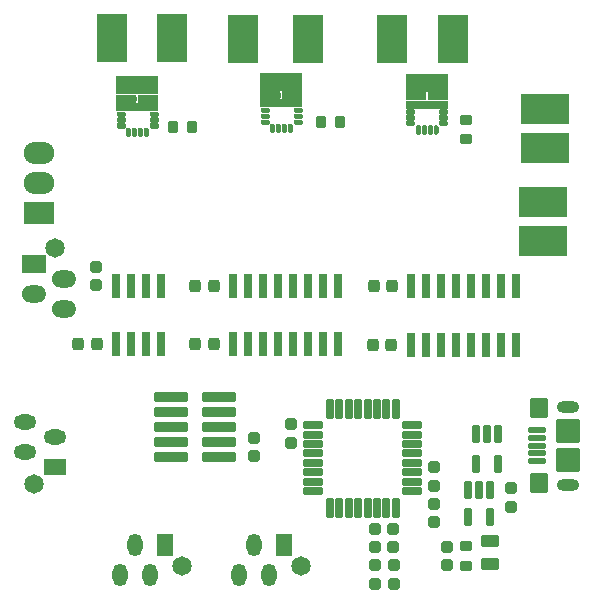
<source format=gbr>
%TF.GenerationSoftware,KiCad,Pcbnew,(6.0.7)*%
%TF.CreationDate,2022-10-31T13:10:49+02:00*%
%TF.ProjectId,DeltaX_SAGA,44656c74-6158-45f5-9341-47412e6b6963,rev?*%
%TF.SameCoordinates,Original*%
%TF.FileFunction,Soldermask,Top*%
%TF.FilePolarity,Negative*%
%FSLAX46Y46*%
G04 Gerber Fmt 4.6, Leading zero omitted, Abs format (unit mm)*
G04 Created by KiCad (PCBNEW (6.0.7)) date 2022-10-31 13:10:49*
%MOMM*%
%LPD*%
G01*
G04 APERTURE LIST*
G04 Aperture macros list*
%AMRoundRect*
0 Rectangle with rounded corners*
0 $1 Rounding radius*
0 $2 $3 $4 $5 $6 $7 $8 $9 X,Y pos of 4 corners*
0 Add a 4 corners polygon primitive as box body*
4,1,4,$2,$3,$4,$5,$6,$7,$8,$9,$2,$3,0*
0 Add four circle primitives for the rounded corners*
1,1,$1+$1,$2,$3*
1,1,$1+$1,$4,$5*
1,1,$1+$1,$6,$7*
1,1,$1+$1,$8,$9*
0 Add four rect primitives between the rounded corners*
20,1,$1+$1,$2,$3,$4,$5,0*
20,1,$1+$1,$4,$5,$6,$7,0*
20,1,$1+$1,$6,$7,$8,$9,0*
20,1,$1+$1,$8,$9,$2,$3,0*%
G04 Aperture macros list end*
%ADD10C,0.100000*%
%ADD11C,1.650000*%
%ADD12RoundRect,0.050000X-0.900000X0.600000X-0.900000X-0.600000X0.900000X-0.600000X0.900000X0.600000X0*%
%ADD13O,1.900000X1.300000*%
%ADD14RoundRect,0.050000X1.000000X-0.679000X1.000000X0.679000X-1.000000X0.679000X-1.000000X-0.679000X0*%
%ADD15O,2.100000X1.458000*%
%ADD16RoundRect,0.275000X-0.225000X-0.250000X0.225000X-0.250000X0.225000X0.250000X-0.225000X0.250000X0*%
%ADD17RoundRect,0.275000X-0.250000X0.225000X-0.250000X-0.225000X0.250000X-0.225000X0.250000X0.225000X0*%
%ADD18RoundRect,0.050000X1.250000X0.875000X-1.250000X0.875000X-1.250000X-0.875000X1.250000X-0.875000X0*%
%ADD19O,2.600000X1.850000*%
%ADD20RoundRect,0.268750X-0.256250X0.218750X-0.256250X-0.218750X0.256250X-0.218750X0.256250X0.218750X0*%
%ADD21RoundRect,0.050000X-1.395000X0.370000X-1.395000X-0.370000X1.395000X-0.370000X1.395000X0.370000X0*%
%ADD22RoundRect,0.050000X2.000000X1.250000X-2.000000X1.250000X-2.000000X-1.250000X2.000000X-1.250000X0*%
%ADD23RoundRect,0.088500X-0.741500X-0.236500X0.741500X-0.236500X0.741500X0.236500X-0.741500X0.236500X0*%
%ADD24RoundRect,0.088500X0.236500X-0.741500X0.236500X0.741500X-0.236500X0.741500X-0.236500X-0.741500X0*%
%ADD25RoundRect,0.088500X0.741500X0.236500X-0.741500X0.236500X-0.741500X-0.236500X0.741500X-0.236500X0*%
%ADD26RoundRect,0.088500X-0.236500X0.741500X-0.236500X-0.741500X0.236500X-0.741500X0.236500X0.741500X0*%
%ADD27RoundRect,0.268750X0.256250X-0.218750X0.256250X0.218750X-0.256250X0.218750X-0.256250X-0.218750X0*%
%ADD28RoundRect,0.275000X0.250000X-0.225000X0.250000X0.225000X-0.250000X0.225000X-0.250000X-0.225000X0*%
%ADD29RoundRect,0.250000X0.275000X-0.200000X0.275000X0.200000X-0.275000X0.200000X-0.275000X-0.200000X0*%
%ADD30RoundRect,0.050000X0.299999X0.124999X-0.299999X0.124999X-0.299999X-0.124999X0.299999X-0.124999X0*%
%ADD31RoundRect,0.050000X1.750000X0.249999X-1.750000X0.249999X-1.750000X-0.249999X1.750000X-0.249999X0*%
%ADD32RoundRect,0.050000X0.837500X0.249999X-0.837500X0.249999X-0.837500X-0.249999X0.837500X-0.249999X0*%
%ADD33RoundRect,0.050000X1.750000X0.700000X-1.750000X0.700000X-1.750000X-0.700000X1.750000X-0.700000X0*%
%ADD34RoundRect,0.050000X0.124999X0.299999X-0.124999X0.299999X-0.124999X-0.299999X0.124999X-0.299999X0*%
%ADD35RoundRect,0.050000X-1.250000X2.000000X-1.250000X-2.000000X1.250000X-2.000000X1.250000X2.000000X0*%
%ADD36RoundRect,0.050000X-0.600000X-0.900000X0.600000X-0.900000X0.600000X0.900000X-0.600000X0.900000X0*%
%ADD37O,1.300000X1.900000*%
%ADD38RoundRect,0.050000X-2.000000X-1.250000X2.000000X-1.250000X2.000000X1.250000X-2.000000X1.250000X0*%
%ADD39RoundRect,0.250000X0.200000X0.275000X-0.200000X0.275000X-0.200000X-0.275000X0.200000X-0.275000X0*%
%ADD40RoundRect,0.050000X1.250000X-2.000000X1.250000X2.000000X-1.250000X2.000000X-1.250000X-2.000000X0*%
%ADD41RoundRect,0.092000X-0.258000X0.638000X-0.258000X-0.638000X0.258000X-0.638000X0.258000X0.638000X0*%
%ADD42RoundRect,0.050000X0.700000X-0.800000X0.700000X0.800000X-0.700000X0.800000X-0.700000X-0.800000X0*%
%ADD43O,1.900000X1.000000*%
%ADD44C,0.600000*%
%ADD45RoundRect,0.050000X0.950000X-0.950000X0.950000X0.950000X-0.950000X0.950000X-0.950000X-0.950000X0*%
%ADD46RoundRect,0.050000X0.675000X-0.200000X0.675000X0.200000X-0.675000X0.200000X-0.675000X-0.200000X0*%
%ADD47RoundRect,0.300000X-0.475000X0.250000X-0.475000X-0.250000X0.475000X-0.250000X0.475000X0.250000X0*%
%ADD48RoundRect,0.091300X-0.253700X0.943700X-0.253700X-0.943700X0.253700X-0.943700X0.253700X0.943700X0*%
%ADD49RoundRect,0.050000X0.290000X-0.710000X0.290000X0.710000X-0.290000X0.710000X-0.290000X-0.710000X0*%
G04 APERTURE END LIST*
%TO.C,U9*%
G36*
X143916577Y-91582984D02*
G01*
X144216576Y-91582984D01*
X144266576Y-91632984D01*
X144266576Y-91782984D01*
X144216576Y-91832981D01*
X143916577Y-91832984D01*
X143916577Y-91907982D01*
X142741578Y-91907982D01*
X142691576Y-91857982D01*
X142691578Y-91557983D01*
X142741576Y-91507983D01*
X143916577Y-91507983D01*
X143916577Y-91582984D01*
G37*
D10*
X143916577Y-91582984D02*
X144216576Y-91582984D01*
X144266576Y-91632984D01*
X144266576Y-91782984D01*
X144216576Y-91832981D01*
X143916577Y-91832984D01*
X143916577Y-91907982D01*
X142741578Y-91907982D01*
X142691576Y-91857982D01*
X142691578Y-91557983D01*
X142741576Y-91507983D01*
X143916577Y-91507983D01*
X143916577Y-91582984D01*
G36*
X141991600Y-94257998D02*
G01*
X141991600Y-94757999D01*
X141891600Y-94857999D01*
X141741600Y-94857999D01*
X141641601Y-94757999D01*
X141641601Y-94257998D01*
X141741600Y-94157998D01*
X141891600Y-94157998D01*
X141991600Y-94257998D01*
G37*
X141991600Y-94257998D02*
X141991600Y-94757999D01*
X141891600Y-94857999D01*
X141741600Y-94857999D01*
X141641601Y-94757999D01*
X141641601Y-94257998D01*
X141741600Y-94157998D01*
X141891600Y-94157998D01*
X141991600Y-94257998D01*
G36*
X143916600Y-92282998D02*
G01*
X144216599Y-92283000D01*
X144266599Y-92333000D01*
X144266599Y-92483000D01*
X144216599Y-92532997D01*
X143916600Y-92533000D01*
X143916600Y-92607999D01*
X142741601Y-92607999D01*
X142691598Y-92557999D01*
X142691601Y-92257999D01*
X142741598Y-92207999D01*
X143916600Y-92207999D01*
X143916600Y-92282998D01*
G37*
X143916600Y-92282998D02*
X144216599Y-92283000D01*
X144266599Y-92333000D01*
X144266599Y-92483000D01*
X144216599Y-92532997D01*
X143916600Y-92533000D01*
X143916600Y-92607999D01*
X142741601Y-92607999D01*
X142691598Y-92557999D01*
X142691601Y-92257999D01*
X142741598Y-92207999D01*
X143916600Y-92207999D01*
X143916600Y-92282998D01*
G36*
X144316599Y-92907998D02*
G01*
X144316599Y-93058000D01*
X144216599Y-93158000D01*
X143716600Y-93158000D01*
X143616600Y-93058000D01*
X143616600Y-92907998D01*
X143716600Y-92807998D01*
X144216599Y-92807998D01*
X144316599Y-92907998D01*
G37*
X144316599Y-92907998D02*
X144316599Y-93058000D01*
X144216599Y-93158000D01*
X143716600Y-93158000D01*
X143616600Y-93058000D01*
X143616600Y-92907998D01*
X143716600Y-92807998D01*
X144216599Y-92807998D01*
X144316599Y-92907998D01*
G36*
X142491599Y-94257998D02*
G01*
X142491599Y-94757999D01*
X142391599Y-94857999D01*
X142241599Y-94857999D01*
X142141600Y-94757999D01*
X142141600Y-94257998D01*
X142241599Y-94157998D01*
X142391599Y-94157998D01*
X142491599Y-94257998D01*
G37*
X142491599Y-94257998D02*
X142491599Y-94757999D01*
X142391599Y-94857999D01*
X142241599Y-94857999D01*
X142141600Y-94757999D01*
X142141600Y-94257998D01*
X142241599Y-94157998D01*
X142391599Y-94157998D01*
X142491599Y-94257998D01*
G36*
X141941600Y-89957999D02*
G01*
X141941600Y-90808000D01*
X142191599Y-90808000D01*
X142191599Y-89957999D01*
X142241599Y-89907999D01*
X142391599Y-89907999D01*
X142441599Y-89957999D01*
X142441599Y-90808000D01*
X142691601Y-90808000D01*
X142691601Y-89957999D01*
X142741601Y-89907999D01*
X142891601Y-89907999D01*
X142941601Y-89957999D01*
X142941601Y-90808000D01*
X143191600Y-90808000D01*
X143191600Y-89957999D01*
X143241600Y-89907999D01*
X143391600Y-89907999D01*
X143441600Y-89957999D01*
X143441600Y-90808000D01*
X143916600Y-90808000D01*
X143916600Y-90882998D01*
X144216599Y-90882998D01*
X144266599Y-90932998D01*
X144266599Y-91082998D01*
X144216599Y-91133000D01*
X143916600Y-91133000D01*
X143916600Y-91207999D01*
X141216600Y-91207999D01*
X141216600Y-91133000D01*
X140916601Y-91132998D01*
X140866601Y-91082998D01*
X140866601Y-90932998D01*
X140916601Y-90882998D01*
X141216600Y-90882998D01*
X141216600Y-90808000D01*
X141691600Y-90808000D01*
X141691600Y-89957999D01*
X141741600Y-89907999D01*
X141891600Y-89907999D01*
X141941600Y-89957999D01*
G37*
X141941600Y-89957999D02*
X141941600Y-90808000D01*
X142191599Y-90808000D01*
X142191599Y-89957999D01*
X142241599Y-89907999D01*
X142391599Y-89907999D01*
X142441599Y-89957999D01*
X142441599Y-90808000D01*
X142691601Y-90808000D01*
X142691601Y-89957999D01*
X142741601Y-89907999D01*
X142891601Y-89907999D01*
X142941601Y-89957999D01*
X142941601Y-90808000D01*
X143191600Y-90808000D01*
X143191600Y-89957999D01*
X143241600Y-89907999D01*
X143391600Y-89907999D01*
X143441600Y-89957999D01*
X143441600Y-90808000D01*
X143916600Y-90808000D01*
X143916600Y-90882998D01*
X144216599Y-90882998D01*
X144266599Y-90932998D01*
X144266599Y-91082998D01*
X144216599Y-91133000D01*
X143916600Y-91133000D01*
X143916600Y-91207999D01*
X141216600Y-91207999D01*
X141216600Y-91133000D01*
X140916601Y-91132998D01*
X140866601Y-91082998D01*
X140866601Y-90932998D01*
X140916601Y-90882998D01*
X141216600Y-90882998D01*
X141216600Y-90808000D01*
X141691600Y-90808000D01*
X141691600Y-89957999D01*
X141741600Y-89907999D01*
X141891600Y-89907999D01*
X141941600Y-89957999D01*
G36*
X141516600Y-93407999D02*
G01*
X141516600Y-93557999D01*
X141416600Y-93657999D01*
X140916601Y-93657999D01*
X140816601Y-93557999D01*
X140816601Y-93407999D01*
X140916601Y-93308000D01*
X141416600Y-93308000D01*
X141516600Y-93407999D01*
G37*
X141516600Y-93407999D02*
X141516600Y-93557999D01*
X141416600Y-93657999D01*
X140916601Y-93657999D01*
X140816601Y-93557999D01*
X140816601Y-93407999D01*
X140916601Y-93308000D01*
X141416600Y-93308000D01*
X141516600Y-93407999D01*
G36*
X142441602Y-91558016D02*
G01*
X142441599Y-91858015D01*
X142391602Y-91908015D01*
X141216600Y-91908015D01*
X141216600Y-91833014D01*
X140916601Y-91833014D01*
X140866601Y-91783014D01*
X140866601Y-91633014D01*
X140916601Y-91583017D01*
X141216600Y-91583015D01*
X141216600Y-91508016D01*
X142391599Y-91508016D01*
X142441602Y-91558016D01*
G37*
X142441602Y-91558016D02*
X142441599Y-91858015D01*
X142391602Y-91908015D01*
X141216600Y-91908015D01*
X141216600Y-91833014D01*
X140916601Y-91833014D01*
X140866601Y-91783014D01*
X140866601Y-91633014D01*
X140916601Y-91583017D01*
X141216600Y-91583015D01*
X141216600Y-91508016D01*
X142391599Y-91508016D01*
X142441602Y-91558016D01*
G36*
X144316599Y-93907998D02*
G01*
X144316599Y-94057998D01*
X144216599Y-94157998D01*
X143716600Y-94157998D01*
X143616600Y-94057998D01*
X143616600Y-93907998D01*
X143716600Y-93807999D01*
X144216599Y-93807999D01*
X144316599Y-93907998D01*
G37*
X144316599Y-93907998D02*
X144316599Y-94057998D01*
X144216599Y-94157998D01*
X143716600Y-94157998D01*
X143616600Y-94057998D01*
X143616600Y-93907998D01*
X143716600Y-93807999D01*
X144216599Y-93807999D01*
X144316599Y-93907998D01*
G36*
X143491599Y-94257998D02*
G01*
X143491599Y-94757999D01*
X143391600Y-94857999D01*
X143241600Y-94857999D01*
X143141600Y-94757999D01*
X143141600Y-94257998D01*
X143241600Y-94157998D01*
X143391600Y-94157998D01*
X143491599Y-94257998D01*
G37*
X143491599Y-94257998D02*
X143491599Y-94757999D01*
X143391600Y-94857999D01*
X143241600Y-94857999D01*
X143141600Y-94757999D01*
X143141600Y-94257998D01*
X143241600Y-94157998D01*
X143391600Y-94157998D01*
X143491599Y-94257998D01*
G36*
X144316599Y-93407999D02*
G01*
X144316599Y-93557999D01*
X144216599Y-93657999D01*
X143716600Y-93657999D01*
X143616600Y-93557999D01*
X143616600Y-93407999D01*
X143716600Y-93308000D01*
X144216599Y-93308000D01*
X144316599Y-93407999D01*
G37*
X144316599Y-93407999D02*
X144316599Y-93557999D01*
X144216599Y-93657999D01*
X143716600Y-93657999D01*
X143616600Y-93557999D01*
X143616600Y-93407999D01*
X143716600Y-93308000D01*
X144216599Y-93308000D01*
X144316599Y-93407999D01*
G36*
X141516600Y-93907998D02*
G01*
X141516600Y-94057998D01*
X141416600Y-94157998D01*
X140916601Y-94157998D01*
X140816601Y-94057998D01*
X140816601Y-93907998D01*
X140916601Y-93807999D01*
X141416600Y-93807999D01*
X141516600Y-93907998D01*
G37*
X141516600Y-93907998D02*
X141516600Y-94057998D01*
X141416600Y-94157998D01*
X140916601Y-94157998D01*
X140816601Y-94057998D01*
X140816601Y-93907998D01*
X140916601Y-93807999D01*
X141416600Y-93807999D01*
X141516600Y-93907998D01*
G36*
X142391599Y-92208032D02*
G01*
X142441602Y-92258032D01*
X142441599Y-92558032D01*
X142391602Y-92608032D01*
X141216600Y-92608032D01*
X141216600Y-92533030D01*
X140916601Y-92533030D01*
X140866601Y-92483028D01*
X140866601Y-92333031D01*
X140916601Y-92283031D01*
X141216600Y-92283031D01*
X141216600Y-92208030D01*
X142391599Y-92208032D01*
G37*
X142391599Y-92208032D02*
X142441602Y-92258032D01*
X142441599Y-92558032D01*
X142391602Y-92608032D01*
X141216600Y-92608032D01*
X141216600Y-92533030D01*
X140916601Y-92533030D01*
X140866601Y-92483028D01*
X140866601Y-92333031D01*
X140916601Y-92283031D01*
X141216600Y-92283031D01*
X141216600Y-92208030D01*
X142391599Y-92208032D01*
G36*
X141516600Y-92907998D02*
G01*
X141516600Y-93058000D01*
X141416600Y-93158000D01*
X140916601Y-93158000D01*
X140816601Y-93058000D01*
X140816601Y-92907998D01*
X140916601Y-92807998D01*
X141416600Y-92807998D01*
X141516600Y-92907998D01*
G37*
X141516600Y-92907998D02*
X141516600Y-93058000D01*
X141416600Y-93158000D01*
X140916601Y-93158000D01*
X140816601Y-93058000D01*
X140816601Y-92907998D01*
X140916601Y-92807998D01*
X141416600Y-92807998D01*
X141516600Y-92907998D01*
G36*
X142991600Y-94257998D02*
G01*
X142991600Y-94757999D01*
X142891601Y-94857999D01*
X142741601Y-94857999D01*
X142641601Y-94757999D01*
X142641601Y-94257998D01*
X142741601Y-94157998D01*
X142891601Y-94157998D01*
X142991600Y-94257998D01*
G37*
X142991600Y-94257998D02*
X142991600Y-94757999D01*
X142891601Y-94857999D01*
X142741601Y-94857999D01*
X142641601Y-94757999D01*
X142641601Y-94257998D01*
X142741601Y-94157998D01*
X142891601Y-94157998D01*
X142991600Y-94257998D01*
%TO.C,U10*%
G36*
X129325200Y-93691200D02*
G01*
X129325200Y-93841200D01*
X129225200Y-93941200D01*
X128725201Y-93941200D01*
X128625201Y-93841200D01*
X128625201Y-93691200D01*
X128725201Y-93591201D01*
X129225200Y-93591201D01*
X129325200Y-93691200D01*
G37*
X129325200Y-93691200D02*
X129325200Y-93841200D01*
X129225200Y-93941200D01*
X128725201Y-93941200D01*
X128625201Y-93841200D01*
X128625201Y-93691200D01*
X128725201Y-93591201D01*
X129225200Y-93591201D01*
X129325200Y-93691200D01*
G36*
X129750200Y-90241200D02*
G01*
X129750200Y-91091201D01*
X130000199Y-91091201D01*
X130000199Y-90241200D01*
X130050199Y-90191200D01*
X130200199Y-90191200D01*
X130250199Y-90241200D01*
X130250199Y-91091201D01*
X130500201Y-91091201D01*
X130500201Y-90241200D01*
X130550201Y-90191200D01*
X130700201Y-90191200D01*
X130750201Y-90241200D01*
X130750201Y-91091201D01*
X131000200Y-91091201D01*
X131000200Y-90241200D01*
X131050200Y-90191200D01*
X131200200Y-90191200D01*
X131250200Y-90241200D01*
X131250200Y-91091201D01*
X131725200Y-91091201D01*
X131725200Y-91166199D01*
X132025199Y-91166199D01*
X132075199Y-91216199D01*
X132075199Y-91366199D01*
X132025199Y-91416201D01*
X131725200Y-91416201D01*
X131725200Y-91491200D01*
X129025200Y-91491200D01*
X129025200Y-91416201D01*
X128725201Y-91416199D01*
X128675201Y-91366199D01*
X128675201Y-91216199D01*
X128725201Y-91166199D01*
X129025200Y-91166199D01*
X129025200Y-91091201D01*
X129500200Y-91091201D01*
X129500200Y-90241200D01*
X129550200Y-90191200D01*
X129700200Y-90191200D01*
X129750200Y-90241200D01*
G37*
X129750200Y-90241200D02*
X129750200Y-91091201D01*
X130000199Y-91091201D01*
X130000199Y-90241200D01*
X130050199Y-90191200D01*
X130200199Y-90191200D01*
X130250199Y-90241200D01*
X130250199Y-91091201D01*
X130500201Y-91091201D01*
X130500201Y-90241200D01*
X130550201Y-90191200D01*
X130700201Y-90191200D01*
X130750201Y-90241200D01*
X130750201Y-91091201D01*
X131000200Y-91091201D01*
X131000200Y-90241200D01*
X131050200Y-90191200D01*
X131200200Y-90191200D01*
X131250200Y-90241200D01*
X131250200Y-91091201D01*
X131725200Y-91091201D01*
X131725200Y-91166199D01*
X132025199Y-91166199D01*
X132075199Y-91216199D01*
X132075199Y-91366199D01*
X132025199Y-91416201D01*
X131725200Y-91416201D01*
X131725200Y-91491200D01*
X129025200Y-91491200D01*
X129025200Y-91416201D01*
X128725201Y-91416199D01*
X128675201Y-91366199D01*
X128675201Y-91216199D01*
X128725201Y-91166199D01*
X129025200Y-91166199D01*
X129025200Y-91091201D01*
X129500200Y-91091201D01*
X129500200Y-90241200D01*
X129550200Y-90191200D01*
X129700200Y-90191200D01*
X129750200Y-90241200D01*
G36*
X130250202Y-91841217D02*
G01*
X130250199Y-92141216D01*
X130200202Y-92191216D01*
X129025200Y-92191216D01*
X129025200Y-92116215D01*
X128725201Y-92116215D01*
X128675201Y-92066215D01*
X128675201Y-91916215D01*
X128725201Y-91866218D01*
X129025200Y-91866216D01*
X129025200Y-91791217D01*
X130200199Y-91791217D01*
X130250202Y-91841217D01*
G37*
X130250202Y-91841217D02*
X130250199Y-92141216D01*
X130200202Y-92191216D01*
X129025200Y-92191216D01*
X129025200Y-92116215D01*
X128725201Y-92116215D01*
X128675201Y-92066215D01*
X128675201Y-91916215D01*
X128725201Y-91866218D01*
X129025200Y-91866216D01*
X129025200Y-91791217D01*
X130200199Y-91791217D01*
X130250202Y-91841217D01*
G36*
X132125199Y-94191199D02*
G01*
X132125199Y-94341199D01*
X132025199Y-94441199D01*
X131525200Y-94441199D01*
X131425200Y-94341199D01*
X131425200Y-94191199D01*
X131525200Y-94091200D01*
X132025199Y-94091200D01*
X132125199Y-94191199D01*
G37*
X132125199Y-94191199D02*
X132125199Y-94341199D01*
X132025199Y-94441199D01*
X131525200Y-94441199D01*
X131425200Y-94341199D01*
X131425200Y-94191199D01*
X131525200Y-94091200D01*
X132025199Y-94091200D01*
X132125199Y-94191199D01*
G36*
X130800200Y-94541199D02*
G01*
X130800200Y-95041200D01*
X130700201Y-95141200D01*
X130550201Y-95141200D01*
X130450201Y-95041200D01*
X130450201Y-94541199D01*
X130550201Y-94441199D01*
X130700201Y-94441199D01*
X130800200Y-94541199D01*
G37*
X130800200Y-94541199D02*
X130800200Y-95041200D01*
X130700201Y-95141200D01*
X130550201Y-95141200D01*
X130450201Y-95041200D01*
X130450201Y-94541199D01*
X130550201Y-94441199D01*
X130700201Y-94441199D01*
X130800200Y-94541199D01*
G36*
X131300199Y-94541199D02*
G01*
X131300199Y-95041200D01*
X131200200Y-95141200D01*
X131050200Y-95141200D01*
X130950200Y-95041200D01*
X130950200Y-94541199D01*
X131050200Y-94441199D01*
X131200200Y-94441199D01*
X131300199Y-94541199D01*
G37*
X131300199Y-94541199D02*
X131300199Y-95041200D01*
X131200200Y-95141200D01*
X131050200Y-95141200D01*
X130950200Y-95041200D01*
X130950200Y-94541199D01*
X131050200Y-94441199D01*
X131200200Y-94441199D01*
X131300199Y-94541199D01*
G36*
X132125199Y-93191199D02*
G01*
X132125199Y-93341201D01*
X132025199Y-93441201D01*
X131525200Y-93441201D01*
X131425200Y-93341201D01*
X131425200Y-93191199D01*
X131525200Y-93091199D01*
X132025199Y-93091199D01*
X132125199Y-93191199D01*
G37*
X132125199Y-93191199D02*
X132125199Y-93341201D01*
X132025199Y-93441201D01*
X131525200Y-93441201D01*
X131425200Y-93341201D01*
X131425200Y-93191199D01*
X131525200Y-93091199D01*
X132025199Y-93091199D01*
X132125199Y-93191199D01*
G36*
X131725177Y-91866185D02*
G01*
X132025176Y-91866185D01*
X132075176Y-91916185D01*
X132075176Y-92066185D01*
X132025176Y-92116182D01*
X131725177Y-92116185D01*
X131725177Y-92191183D01*
X130550178Y-92191183D01*
X130500176Y-92141183D01*
X130500178Y-91841184D01*
X130550176Y-91791184D01*
X131725177Y-91791184D01*
X131725177Y-91866185D01*
G37*
X131725177Y-91866185D02*
X132025176Y-91866185D01*
X132075176Y-91916185D01*
X132075176Y-92066185D01*
X132025176Y-92116182D01*
X131725177Y-92116185D01*
X131725177Y-92191183D01*
X130550178Y-92191183D01*
X130500176Y-92141183D01*
X130500178Y-91841184D01*
X130550176Y-91791184D01*
X131725177Y-91791184D01*
X131725177Y-91866185D01*
G36*
X130300199Y-94541199D02*
G01*
X130300199Y-95041200D01*
X130200199Y-95141200D01*
X130050199Y-95141200D01*
X129950200Y-95041200D01*
X129950200Y-94541199D01*
X130050199Y-94441199D01*
X130200199Y-94441199D01*
X130300199Y-94541199D01*
G37*
X130300199Y-94541199D02*
X130300199Y-95041200D01*
X130200199Y-95141200D01*
X130050199Y-95141200D01*
X129950200Y-95041200D01*
X129950200Y-94541199D01*
X130050199Y-94441199D01*
X130200199Y-94441199D01*
X130300199Y-94541199D01*
G36*
X129325200Y-93191199D02*
G01*
X129325200Y-93341201D01*
X129225200Y-93441201D01*
X128725201Y-93441201D01*
X128625201Y-93341201D01*
X128625201Y-93191199D01*
X128725201Y-93091199D01*
X129225200Y-93091199D01*
X129325200Y-93191199D01*
G37*
X129325200Y-93191199D02*
X129325200Y-93341201D01*
X129225200Y-93441201D01*
X128725201Y-93441201D01*
X128625201Y-93341201D01*
X128625201Y-93191199D01*
X128725201Y-93091199D01*
X129225200Y-93091199D01*
X129325200Y-93191199D01*
G36*
X129800200Y-94541199D02*
G01*
X129800200Y-95041200D01*
X129700200Y-95141200D01*
X129550200Y-95141200D01*
X129450201Y-95041200D01*
X129450201Y-94541199D01*
X129550200Y-94441199D01*
X129700200Y-94441199D01*
X129800200Y-94541199D01*
G37*
X129800200Y-94541199D02*
X129800200Y-95041200D01*
X129700200Y-95141200D01*
X129550200Y-95141200D01*
X129450201Y-95041200D01*
X129450201Y-94541199D01*
X129550200Y-94441199D01*
X129700200Y-94441199D01*
X129800200Y-94541199D01*
G36*
X131725200Y-92566199D02*
G01*
X132025199Y-92566201D01*
X132075199Y-92616201D01*
X132075199Y-92766201D01*
X132025199Y-92816198D01*
X131725200Y-92816201D01*
X131725200Y-92891200D01*
X130550201Y-92891200D01*
X130500198Y-92841200D01*
X130500201Y-92541200D01*
X130550198Y-92491200D01*
X131725200Y-92491200D01*
X131725200Y-92566199D01*
G37*
X131725200Y-92566199D02*
X132025199Y-92566201D01*
X132075199Y-92616201D01*
X132075199Y-92766201D01*
X132025199Y-92816198D01*
X131725200Y-92816201D01*
X131725200Y-92891200D01*
X130550201Y-92891200D01*
X130500198Y-92841200D01*
X130500201Y-92541200D01*
X130550198Y-92491200D01*
X131725200Y-92491200D01*
X131725200Y-92566199D01*
G36*
X129325200Y-94191199D02*
G01*
X129325200Y-94341199D01*
X129225200Y-94441199D01*
X128725201Y-94441199D01*
X128625201Y-94341199D01*
X128625201Y-94191199D01*
X128725201Y-94091200D01*
X129225200Y-94091200D01*
X129325200Y-94191199D01*
G37*
X129325200Y-94191199D02*
X129325200Y-94341199D01*
X129225200Y-94441199D01*
X128725201Y-94441199D01*
X128625201Y-94341199D01*
X128625201Y-94191199D01*
X128725201Y-94091200D01*
X129225200Y-94091200D01*
X129325200Y-94191199D01*
G36*
X130200199Y-92491233D02*
G01*
X130250202Y-92541233D01*
X130250199Y-92841233D01*
X130200202Y-92891233D01*
X129025200Y-92891233D01*
X129025200Y-92816231D01*
X128725201Y-92816231D01*
X128675201Y-92766229D01*
X128675201Y-92616232D01*
X128725201Y-92566232D01*
X129025200Y-92566232D01*
X129025200Y-92491231D01*
X130200199Y-92491233D01*
G37*
X130200199Y-92491233D02*
X130250202Y-92541233D01*
X130250199Y-92841233D01*
X130200202Y-92891233D01*
X129025200Y-92891233D01*
X129025200Y-92816231D01*
X128725201Y-92816231D01*
X128675201Y-92766229D01*
X128675201Y-92616232D01*
X128725201Y-92566232D01*
X129025200Y-92566232D01*
X129025200Y-92491231D01*
X130200199Y-92491233D01*
G36*
X132125199Y-93691200D02*
G01*
X132125199Y-93841200D01*
X132025199Y-93941200D01*
X131525200Y-93941200D01*
X131425200Y-93841200D01*
X131425200Y-93691200D01*
X131525200Y-93591201D01*
X132025199Y-93591201D01*
X132125199Y-93691200D01*
G37*
X132125199Y-93691200D02*
X132125199Y-93841200D01*
X132025199Y-93941200D01*
X131525200Y-93941200D01*
X131425200Y-93841200D01*
X131425200Y-93691200D01*
X131525200Y-93591201D01*
X132025199Y-93591201D01*
X132125199Y-93691200D01*
%TO.C,U11*%
G36*
X154261200Y-90063400D02*
G01*
X154261200Y-90913401D01*
X154511199Y-90913401D01*
X154511199Y-90063400D01*
X154561199Y-90013400D01*
X154711199Y-90013400D01*
X154761199Y-90063400D01*
X154761199Y-90913401D01*
X155011201Y-90913401D01*
X155011201Y-90063400D01*
X155061201Y-90013400D01*
X155211201Y-90013400D01*
X155261201Y-90063400D01*
X155261201Y-90913401D01*
X155511200Y-90913401D01*
X155511200Y-90063400D01*
X155561200Y-90013400D01*
X155711200Y-90013400D01*
X155761200Y-90063400D01*
X155761200Y-90913401D01*
X156236200Y-90913401D01*
X156236200Y-90988399D01*
X156536199Y-90988399D01*
X156586199Y-91038399D01*
X156586199Y-91188399D01*
X156536199Y-91238401D01*
X156236200Y-91238401D01*
X156236200Y-91313400D01*
X153536200Y-91313400D01*
X153536200Y-91238401D01*
X153236201Y-91238399D01*
X153186201Y-91188399D01*
X153186201Y-91038399D01*
X153236201Y-90988399D01*
X153536200Y-90988399D01*
X153536200Y-90913401D01*
X154011200Y-90913401D01*
X154011200Y-90063400D01*
X154061200Y-90013400D01*
X154211200Y-90013400D01*
X154261200Y-90063400D01*
G37*
X154261200Y-90063400D02*
X154261200Y-90913401D01*
X154511199Y-90913401D01*
X154511199Y-90063400D01*
X154561199Y-90013400D01*
X154711199Y-90013400D01*
X154761199Y-90063400D01*
X154761199Y-90913401D01*
X155011201Y-90913401D01*
X155011201Y-90063400D01*
X155061201Y-90013400D01*
X155211201Y-90013400D01*
X155261201Y-90063400D01*
X155261201Y-90913401D01*
X155511200Y-90913401D01*
X155511200Y-90063400D01*
X155561200Y-90013400D01*
X155711200Y-90013400D01*
X155761200Y-90063400D01*
X155761200Y-90913401D01*
X156236200Y-90913401D01*
X156236200Y-90988399D01*
X156536199Y-90988399D01*
X156586199Y-91038399D01*
X156586199Y-91188399D01*
X156536199Y-91238401D01*
X156236200Y-91238401D01*
X156236200Y-91313400D01*
X153536200Y-91313400D01*
X153536200Y-91238401D01*
X153236201Y-91238399D01*
X153186201Y-91188399D01*
X153186201Y-91038399D01*
X153236201Y-90988399D01*
X153536200Y-90988399D01*
X153536200Y-90913401D01*
X154011200Y-90913401D01*
X154011200Y-90063400D01*
X154061200Y-90013400D01*
X154211200Y-90013400D01*
X154261200Y-90063400D01*
G36*
X154761202Y-91663417D02*
G01*
X154761199Y-91963416D01*
X154711202Y-92013416D01*
X153536200Y-92013416D01*
X153536200Y-91938415D01*
X153236201Y-91938415D01*
X153186201Y-91888415D01*
X153186201Y-91738415D01*
X153236201Y-91688418D01*
X153536200Y-91688416D01*
X153536200Y-91613417D01*
X154711199Y-91613417D01*
X154761202Y-91663417D01*
G37*
X154761202Y-91663417D02*
X154761199Y-91963416D01*
X154711202Y-92013416D01*
X153536200Y-92013416D01*
X153536200Y-91938415D01*
X153236201Y-91938415D01*
X153186201Y-91888415D01*
X153186201Y-91738415D01*
X153236201Y-91688418D01*
X153536200Y-91688416D01*
X153536200Y-91613417D01*
X154711199Y-91613417D01*
X154761202Y-91663417D01*
G36*
X156636199Y-93513400D02*
G01*
X156636199Y-93663400D01*
X156536199Y-93763400D01*
X156036200Y-93763400D01*
X155936200Y-93663400D01*
X155936200Y-93513400D01*
X156036200Y-93413401D01*
X156536199Y-93413401D01*
X156636199Y-93513400D01*
G37*
X156636199Y-93513400D02*
X156636199Y-93663400D01*
X156536199Y-93763400D01*
X156036200Y-93763400D01*
X155936200Y-93663400D01*
X155936200Y-93513400D01*
X156036200Y-93413401D01*
X156536199Y-93413401D01*
X156636199Y-93513400D01*
G36*
X156636199Y-93013399D02*
G01*
X156636199Y-93163401D01*
X156536199Y-93263401D01*
X156036200Y-93263401D01*
X155936200Y-93163401D01*
X155936200Y-93013399D01*
X156036200Y-92913399D01*
X156536199Y-92913399D01*
X156636199Y-93013399D01*
G37*
X156636199Y-93013399D02*
X156636199Y-93163401D01*
X156536199Y-93263401D01*
X156036200Y-93263401D01*
X155936200Y-93163401D01*
X155936200Y-93013399D01*
X156036200Y-92913399D01*
X156536199Y-92913399D01*
X156636199Y-93013399D01*
G36*
X153836200Y-94013399D02*
G01*
X153836200Y-94163399D01*
X153736200Y-94263399D01*
X153236201Y-94263399D01*
X153136201Y-94163399D01*
X153136201Y-94013399D01*
X153236201Y-93913400D01*
X153736200Y-93913400D01*
X153836200Y-94013399D01*
G37*
X153836200Y-94013399D02*
X153836200Y-94163399D01*
X153736200Y-94263399D01*
X153236201Y-94263399D01*
X153136201Y-94163399D01*
X153136201Y-94013399D01*
X153236201Y-93913400D01*
X153736200Y-93913400D01*
X153836200Y-94013399D01*
G36*
X156636199Y-94013399D02*
G01*
X156636199Y-94163399D01*
X156536199Y-94263399D01*
X156036200Y-94263399D01*
X155936200Y-94163399D01*
X155936200Y-94013399D01*
X156036200Y-93913400D01*
X156536199Y-93913400D01*
X156636199Y-94013399D01*
G37*
X156636199Y-94013399D02*
X156636199Y-94163399D01*
X156536199Y-94263399D01*
X156036200Y-94263399D01*
X155936200Y-94163399D01*
X155936200Y-94013399D01*
X156036200Y-93913400D01*
X156536199Y-93913400D01*
X156636199Y-94013399D01*
G36*
X153836200Y-93513400D02*
G01*
X153836200Y-93663400D01*
X153736200Y-93763400D01*
X153236201Y-93763400D01*
X153136201Y-93663400D01*
X153136201Y-93513400D01*
X153236201Y-93413401D01*
X153736200Y-93413401D01*
X153836200Y-93513400D01*
G37*
X153836200Y-93513400D02*
X153836200Y-93663400D01*
X153736200Y-93763400D01*
X153236201Y-93763400D01*
X153136201Y-93663400D01*
X153136201Y-93513400D01*
X153236201Y-93413401D01*
X153736200Y-93413401D01*
X153836200Y-93513400D01*
G36*
X155311200Y-94363399D02*
G01*
X155311200Y-94863400D01*
X155211201Y-94963400D01*
X155061201Y-94963400D01*
X154961201Y-94863400D01*
X154961201Y-94363399D01*
X155061201Y-94263399D01*
X155211201Y-94263399D01*
X155311200Y-94363399D01*
G37*
X155311200Y-94363399D02*
X155311200Y-94863400D01*
X155211201Y-94963400D01*
X155061201Y-94963400D01*
X154961201Y-94863400D01*
X154961201Y-94363399D01*
X155061201Y-94263399D01*
X155211201Y-94263399D01*
X155311200Y-94363399D01*
G36*
X153836200Y-93013399D02*
G01*
X153836200Y-93163401D01*
X153736200Y-93263401D01*
X153236201Y-93263401D01*
X153136201Y-93163401D01*
X153136201Y-93013399D01*
X153236201Y-92913399D01*
X153736200Y-92913399D01*
X153836200Y-93013399D01*
G37*
X153836200Y-93013399D02*
X153836200Y-93163401D01*
X153736200Y-93263401D01*
X153236201Y-93263401D01*
X153136201Y-93163401D01*
X153136201Y-93013399D01*
X153236201Y-92913399D01*
X153736200Y-92913399D01*
X153836200Y-93013399D01*
G36*
X154711199Y-92313433D02*
G01*
X154761202Y-92363433D01*
X154761199Y-92663433D01*
X154711202Y-92713433D01*
X153536200Y-92713433D01*
X153536200Y-92638431D01*
X153236201Y-92638431D01*
X153186201Y-92588429D01*
X153186201Y-92438432D01*
X153236201Y-92388432D01*
X153536200Y-92388432D01*
X153536200Y-92313431D01*
X154711199Y-92313433D01*
G37*
X154711199Y-92313433D02*
X154761202Y-92363433D01*
X154761199Y-92663433D01*
X154711202Y-92713433D01*
X153536200Y-92713433D01*
X153536200Y-92638431D01*
X153236201Y-92638431D01*
X153186201Y-92588429D01*
X153186201Y-92438432D01*
X153236201Y-92388432D01*
X153536200Y-92388432D01*
X153536200Y-92313431D01*
X154711199Y-92313433D01*
G36*
X156236177Y-91688385D02*
G01*
X156536176Y-91688385D01*
X156586176Y-91738385D01*
X156586176Y-91888385D01*
X156536176Y-91938382D01*
X156236177Y-91938385D01*
X156236177Y-92013383D01*
X155061178Y-92013383D01*
X155011176Y-91963383D01*
X155011178Y-91663384D01*
X155061176Y-91613384D01*
X156236177Y-91613384D01*
X156236177Y-91688385D01*
G37*
X156236177Y-91688385D02*
X156536176Y-91688385D01*
X156586176Y-91738385D01*
X156586176Y-91888385D01*
X156536176Y-91938382D01*
X156236177Y-91938385D01*
X156236177Y-92013383D01*
X155061178Y-92013383D01*
X155011176Y-91963383D01*
X155011178Y-91663384D01*
X155061176Y-91613384D01*
X156236177Y-91613384D01*
X156236177Y-91688385D01*
G36*
X155811199Y-94363399D02*
G01*
X155811199Y-94863400D01*
X155711200Y-94963400D01*
X155561200Y-94963400D01*
X155461200Y-94863400D01*
X155461200Y-94363399D01*
X155561200Y-94263399D01*
X155711200Y-94263399D01*
X155811199Y-94363399D01*
G37*
X155811199Y-94363399D02*
X155811199Y-94863400D01*
X155711200Y-94963400D01*
X155561200Y-94963400D01*
X155461200Y-94863400D01*
X155461200Y-94363399D01*
X155561200Y-94263399D01*
X155711200Y-94263399D01*
X155811199Y-94363399D01*
G36*
X154811199Y-94363399D02*
G01*
X154811199Y-94863400D01*
X154711199Y-94963400D01*
X154561199Y-94963400D01*
X154461200Y-94863400D01*
X154461200Y-94363399D01*
X154561199Y-94263399D01*
X154711199Y-94263399D01*
X154811199Y-94363399D01*
G37*
X154811199Y-94363399D02*
X154811199Y-94863400D01*
X154711199Y-94963400D01*
X154561199Y-94963400D01*
X154461200Y-94863400D01*
X154461200Y-94363399D01*
X154561199Y-94263399D01*
X154711199Y-94263399D01*
X154811199Y-94363399D01*
G36*
X156236200Y-92388399D02*
G01*
X156536199Y-92388401D01*
X156586199Y-92438401D01*
X156586199Y-92588401D01*
X156536199Y-92638398D01*
X156236200Y-92638401D01*
X156236200Y-92713400D01*
X155061201Y-92713400D01*
X155011198Y-92663400D01*
X155011201Y-92363400D01*
X155061198Y-92313400D01*
X156236200Y-92313400D01*
X156236200Y-92388399D01*
G37*
X156236200Y-92388399D02*
X156536199Y-92388401D01*
X156586199Y-92438401D01*
X156586199Y-92588401D01*
X156536199Y-92638398D01*
X156236200Y-92638401D01*
X156236200Y-92713400D01*
X155061201Y-92713400D01*
X155011198Y-92663400D01*
X155011201Y-92363400D01*
X155061198Y-92313400D01*
X156236200Y-92313400D01*
X156236200Y-92388399D01*
G36*
X154311200Y-94363399D02*
G01*
X154311200Y-94863400D01*
X154211200Y-94963400D01*
X154061200Y-94963400D01*
X153961201Y-94863400D01*
X153961201Y-94363399D01*
X154061200Y-94263399D01*
X154211200Y-94263399D01*
X154311200Y-94363399D01*
G37*
X154311200Y-94363399D02*
X154311200Y-94863400D01*
X154211200Y-94963400D01*
X154061200Y-94963400D01*
X153961201Y-94863400D01*
X153961201Y-94363399D01*
X154061200Y-94263399D01*
X154211200Y-94263399D01*
X154311200Y-94363399D01*
%TD*%
D11*
%TO.C,J8*%
X121643700Y-124606900D03*
D12*
X123443700Y-123206900D03*
D13*
X120903700Y-121936900D03*
X123443700Y-120666900D03*
X120903700Y-119396900D03*
%TD*%
D11*
%TO.C,J6*%
X123450300Y-104601700D03*
D14*
X121650300Y-106001700D03*
D15*
X124190300Y-107271700D03*
X121650300Y-108541700D03*
X124190300Y-109811700D03*
%TD*%
D16*
%TO.C,C2*%
X125383200Y-112757600D03*
X126933200Y-112757600D03*
%TD*%
D17*
%TO.C,C1*%
X143354000Y-119577200D03*
X143354000Y-121127200D03*
%TD*%
D18*
%TO.C,J3*%
X122038800Y-101684200D03*
D19*
X122038800Y-99144200D03*
X122038800Y-96604200D03*
%TD*%
D20*
%TO.C,FB1*%
X150466000Y-131502700D03*
X150466000Y-133077700D03*
%TD*%
D17*
%TO.C,C8*%
X150466000Y-128441800D03*
X150466000Y-129991800D03*
%TD*%
D21*
%TO.C,J2*%
X133267200Y-117253400D03*
X137337200Y-117253400D03*
X133267200Y-118523400D03*
X137337200Y-118523400D03*
X133267200Y-119793400D03*
X137337200Y-119793400D03*
X133267200Y-121063400D03*
X137337200Y-121063400D03*
X133267200Y-122333400D03*
X137337200Y-122333400D03*
%TD*%
D22*
%TO.C,J16*%
X164768800Y-104054200D03*
%TD*%
D23*
%TO.C,U3*%
X145295400Y-119635000D03*
X145295400Y-120435000D03*
X145295400Y-121235000D03*
X145295400Y-122035000D03*
X145295400Y-122835000D03*
X145295400Y-123635000D03*
X145295400Y-124435000D03*
X145295400Y-125235000D03*
D24*
X146675400Y-126615000D03*
X147475400Y-126615000D03*
X148275400Y-126615000D03*
X149075400Y-126615000D03*
X149875400Y-126615000D03*
X150675400Y-126615000D03*
X151475400Y-126615000D03*
X152275400Y-126615000D03*
D25*
X153655400Y-125235000D03*
X153655400Y-124435000D03*
X153655400Y-123635000D03*
X153655400Y-122835000D03*
X153655400Y-122035000D03*
X153655400Y-121235000D03*
X153655400Y-120435000D03*
X153655400Y-119635000D03*
D26*
X152275400Y-118255000D03*
X151475400Y-118255000D03*
X150675400Y-118255000D03*
X149875400Y-118255000D03*
X149075400Y-118255000D03*
X148275400Y-118255000D03*
X147475400Y-118255000D03*
X146675400Y-118255000D03*
%TD*%
D27*
%TO.C,D1*%
X156583300Y-131506800D03*
X156583300Y-129931800D03*
%TD*%
D22*
%TO.C,J17*%
X164743400Y-100752200D03*
%TD*%
D28*
%TO.C,C11*%
X152091600Y-133065200D03*
X152091600Y-131515200D03*
%TD*%
D29*
%TO.C,R4*%
X158208800Y-131544200D03*
X158208800Y-129894200D03*
%TD*%
D30*
%TO.C,U9*%
X143966600Y-93983000D03*
X143966600Y-93482998D03*
X143966600Y-92982999D03*
D31*
X142566600Y-92407999D03*
D32*
X143479100Y-91707998D03*
D33*
X142566600Y-90558000D03*
D32*
X141654100Y-91707998D03*
D30*
X141166600Y-92982999D03*
X141166600Y-93482998D03*
X141166600Y-93983000D03*
D34*
X141816599Y-94508000D03*
X142316600Y-94508000D03*
X142816600Y-94508000D03*
X143316601Y-94508000D03*
%TD*%
D35*
%TO.C,J4*%
X128253400Y-86883400D03*
%TD*%
D11*
%TO.C,J10*%
X144230500Y-131546900D03*
D36*
X142830500Y-129746900D03*
D37*
X141560500Y-132286900D03*
X140290500Y-129746900D03*
X139020500Y-132286900D03*
%TD*%
D38*
%TO.C,J7*%
X164867800Y-96171400D03*
%TD*%
D28*
%TO.C,C5*%
X126844000Y-107817600D03*
X126844000Y-106267600D03*
%TD*%
D39*
%TO.C,R11*%
X135035000Y-94418800D03*
X133385000Y-94418800D03*
%TD*%
D16*
%TO.C,C16*%
X135289200Y-112783000D03*
X136839200Y-112783000D03*
%TD*%
D40*
%TO.C,J12*%
X139315400Y-86951200D03*
%TD*%
D30*
%TO.C,U10*%
X131775200Y-94266201D03*
X131775200Y-93766199D03*
X131775200Y-93266200D03*
D31*
X130375200Y-92691200D03*
D32*
X131287700Y-91991199D03*
D33*
X130375200Y-90841201D03*
D32*
X129462700Y-91991199D03*
D30*
X128975200Y-93266200D03*
X128975200Y-93766199D03*
X128975200Y-94266201D03*
D34*
X129625199Y-94791201D03*
X130125200Y-94791201D03*
X130625200Y-94791201D03*
X131125201Y-94791201D03*
%TD*%
D40*
%TO.C,J13*%
X144864200Y-86965000D03*
%TD*%
D28*
%TO.C,C6*%
X155520600Y-124759400D03*
X155520600Y-123209400D03*
%TD*%
D39*
%TO.C,R10*%
X147557200Y-94012400D03*
X145907200Y-94012400D03*
%TD*%
D41*
%TO.C,U1*%
X160915600Y-120371000D03*
X159965600Y-120371000D03*
X159015600Y-120371000D03*
X159015600Y-122971000D03*
X160915600Y-122971000D03*
%TD*%
D28*
%TO.C,C3*%
X140229800Y-122295600D03*
X140229800Y-120745600D03*
%TD*%
D42*
%TO.C,J1*%
X164424400Y-124568200D03*
D43*
X166874400Y-118068200D03*
D44*
X166874400Y-118068200D03*
D43*
X166874400Y-124668200D03*
D44*
X166874400Y-124668200D03*
D45*
X166874400Y-120168200D03*
X166874400Y-122568200D03*
D42*
X164424400Y-118168200D03*
D46*
X164199400Y-122668200D03*
X164199400Y-122018200D03*
X164199400Y-121368200D03*
X164199400Y-120718200D03*
X164199400Y-120068200D03*
%TD*%
D38*
%TO.C,J5*%
X164867800Y-92894800D03*
%TD*%
D17*
%TO.C,C7*%
X162018800Y-124994200D03*
X162018800Y-126544200D03*
%TD*%
D11*
%TO.C,J9*%
X134136800Y-131575600D03*
D36*
X132736800Y-129775600D03*
D37*
X131466800Y-132315600D03*
X130196800Y-129775600D03*
X128926800Y-132315600D03*
%TD*%
D16*
%TO.C,C19*%
X135289200Y-107830000D03*
X136839200Y-107830000D03*
%TD*%
D47*
%TO.C,C10*%
X160257600Y-129488600D03*
X160257600Y-131388600D03*
%TD*%
D40*
%TO.C,J11*%
X133284200Y-86905000D03*
%TD*%
D17*
%TO.C,C4*%
X155495200Y-126333600D03*
X155495200Y-127883600D03*
%TD*%
D16*
%TO.C,C18*%
X150402200Y-107880800D03*
X151952200Y-107880800D03*
%TD*%
D29*
%TO.C,R12*%
X158187600Y-95447000D03*
X158187600Y-93797000D03*
%TD*%
D40*
%TO.C,J15*%
X157118800Y-86951200D03*
%TD*%
%TO.C,J14*%
X151978800Y-86951200D03*
%TD*%
D16*
%TO.C,C15*%
X150351400Y-112833800D03*
X151901400Y-112833800D03*
%TD*%
D17*
%TO.C,C9*%
X152015400Y-128441800D03*
X152015400Y-129991800D03*
%TD*%
D30*
%TO.C,U11*%
X156286200Y-94088401D03*
X156286200Y-93588399D03*
X156286200Y-93088400D03*
D31*
X154886200Y-92513400D03*
D32*
X155798700Y-91813399D03*
D33*
X154886200Y-90663401D03*
D32*
X153973700Y-91813399D03*
D30*
X153486200Y-93088400D03*
X153486200Y-93588399D03*
X153486200Y-94088401D03*
D34*
X154136199Y-94613401D03*
X154636200Y-94613401D03*
X155136200Y-94613401D03*
X155636201Y-94613401D03*
%TD*%
D48*
%TO.C,U7*%
X138477200Y-112794200D03*
X139747200Y-112794200D03*
X141017200Y-112794200D03*
X142287200Y-112794200D03*
X143557200Y-112794200D03*
X144827200Y-112794200D03*
X146097200Y-112794200D03*
X147367200Y-112794200D03*
X147367200Y-107844200D03*
X146097200Y-107844200D03*
X144827200Y-107844200D03*
X143557200Y-107844200D03*
X142287200Y-107844200D03*
X141017200Y-107844200D03*
X139747200Y-107844200D03*
X138477200Y-107844200D03*
%TD*%
%TO.C,U6*%
X153590200Y-112821800D03*
X154860200Y-112821800D03*
X156130200Y-112821800D03*
X157400200Y-112821800D03*
X158670200Y-112821800D03*
X159940200Y-112821800D03*
X161210200Y-112821800D03*
X162480200Y-112821800D03*
X162480200Y-107871800D03*
X161210200Y-107871800D03*
X159940200Y-107871800D03*
X158670200Y-107871800D03*
X157400200Y-107871800D03*
X156130200Y-107871800D03*
X154860200Y-107871800D03*
X153590200Y-107871800D03*
%TD*%
D49*
%TO.C,U2*%
X160250900Y-125169500D03*
X159300900Y-125169500D03*
X158350900Y-125169500D03*
X158350900Y-127459500D03*
X160250900Y-127459500D03*
%TD*%
D48*
%TO.C,U8*%
X128596600Y-112771000D03*
X129866600Y-112771000D03*
X131136600Y-112771000D03*
X132406600Y-112771000D03*
X132406600Y-107821000D03*
X131136600Y-107821000D03*
X129866600Y-107821000D03*
X128596600Y-107821000D03*
%TD*%
M02*

</source>
